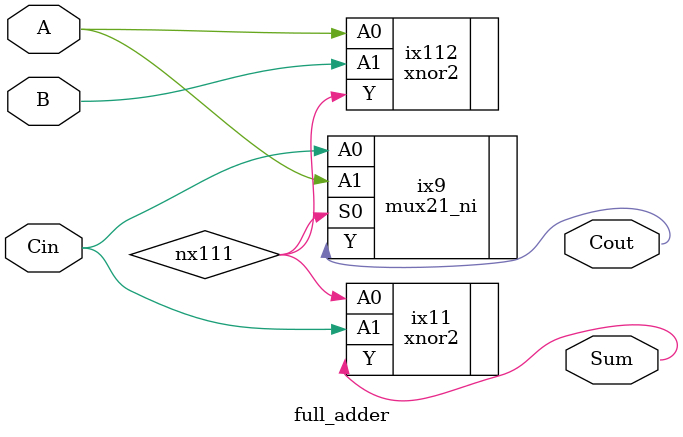
<source format=v>


module full_adder ( A, B, Cin, Sum, Cout ) ;

    input A ;
    input B ;
    input Cin ;
    output Sum ;
    output Cout ;

    wire nx111;



    mux21_ni ix9 (.Y (Cout), .A0 (Cin), .A1 (A), .S0 (nx111)) ;
    xnor2 ix112 (.Y (nx111), .A0 (A), .A1 (B)) ;
    xnor2 ix11 (.Y (Sum), .A0 (nx111), .A1 (Cin)) ;
endmodule


</source>
